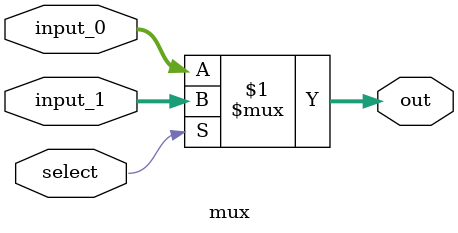
<source format=v>
module mux(input_0, input_1, select, out);

	input select;
  input [63 : 0] input_0, input_1;
  output [63 : 0] out;

	assign out = select ? input_1 : input_0;

endmodule

</source>
